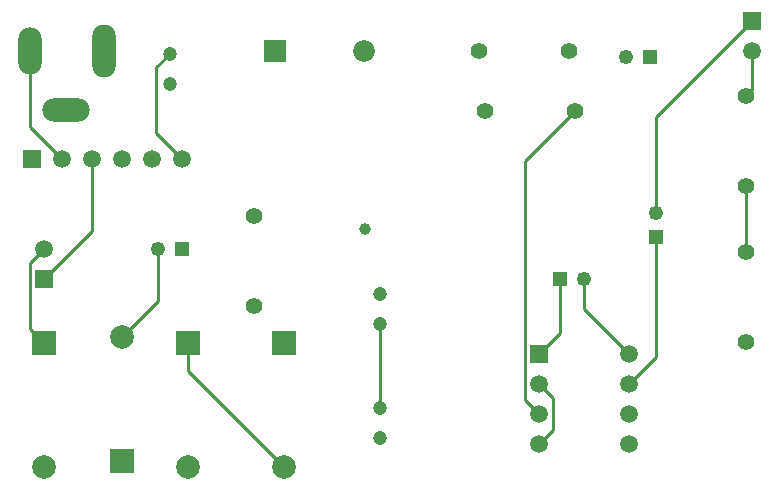
<source format=gtl>
%FSLAX24Y24*%
%MOIN*%
G70*
G01*
G75*
G04 Layer_Physical_Order=1*
G04 Layer_Color=255*
%ADD10C,0.0100*%
%ADD11C,0.0394*%
%ADD12C,0.0551*%
%ADD13C,0.0591*%
%ADD14R,0.0591X0.0591*%
%ADD15O,0.0591X0.1575*%
%ADD16O,0.1575X0.0591*%
%ADD17O,0.0591X0.1772*%
%ADD18O,0.1575X0.0787*%
%ADD19O,0.0787X0.1575*%
%ADD20O,0.0787X0.1772*%
%ADD21R,0.0492X0.0492*%
%ADD22C,0.0492*%
%ADD23R,0.0492X0.0492*%
%ADD24R,0.0728X0.0728*%
%ADD25C,0.0728*%
%ADD26C,0.0472*%
%ADD27C,0.0787*%
%ADD28R,0.0787X0.0787*%
%ADD29R,0.0591X0.0591*%
D10*
X38030Y41930D02*
X39700Y43600D01*
X38030Y33970D02*
Y41930D01*
Y33970D02*
X38500Y33500D01*
X45400Y38900D02*
Y41100D01*
X22000Y38000D02*
X23600Y39600D01*
Y42000D01*
X21553Y43047D02*
Y45600D01*
Y43047D02*
X22600Y42000D01*
X26800Y34941D02*
X30000Y31741D01*
X26800Y34941D02*
Y35859D01*
X24600Y36059D02*
X25806Y37265D01*
Y39000D01*
X33200Y33700D02*
Y36500D01*
X21530Y38530D02*
X22000Y39000D01*
X21530Y36329D02*
Y38530D01*
Y36329D02*
X22000Y35859D01*
X38500Y32500D02*
X38970Y32970D01*
Y34030D01*
X38500Y34500D02*
X38970Y34030D01*
X25750Y45050D02*
X26200Y45500D01*
X25750Y42850D02*
Y45050D01*
Y42850D02*
X26600Y42000D01*
X42400Y40194D02*
Y43400D01*
X45600Y46600D01*
X41500Y34500D02*
X42400Y35400D01*
Y39406D01*
X39994Y37006D02*
Y38000D01*
Y37006D02*
X41500Y35500D01*
X38500D02*
X39206Y36206D01*
Y38000D01*
X45600Y44300D02*
Y45600D01*
X45400Y44100D02*
X45600Y44300D01*
D11*
X32700Y39650D02*
D03*
D12*
X45400Y38900D02*
D03*
Y35900D02*
D03*
Y44100D02*
D03*
Y41100D02*
D03*
X36500Y45600D02*
D03*
X39500D02*
D03*
X36700Y43600D02*
D03*
X39700D02*
D03*
X29000Y37100D02*
D03*
Y40100D02*
D03*
D13*
X22000Y39000D02*
D03*
X45600Y45600D02*
D03*
X26600Y42000D02*
D03*
X25600D02*
D03*
X24600D02*
D03*
X23600D02*
D03*
X22600D02*
D03*
X38500Y34500D02*
D03*
Y33500D02*
D03*
Y32500D02*
D03*
X41500Y35500D02*
D03*
Y34500D02*
D03*
Y33500D02*
D03*
Y32500D02*
D03*
D14*
X22000Y38000D02*
D03*
X45600Y46600D02*
D03*
D15*
X21553Y45600D02*
D03*
D16*
X22734Y43632D02*
D03*
D17*
X23994Y45600D02*
D03*
D18*
X22734Y43632D02*
D03*
D19*
X21553Y45600D02*
D03*
D20*
X23994D02*
D03*
D21*
X42194Y45400D02*
D03*
X39206Y38000D02*
D03*
X26594Y39000D02*
D03*
D22*
X41406Y45400D02*
D03*
X39994Y38000D02*
D03*
X42400Y40194D02*
D03*
X25806Y39000D02*
D03*
D23*
X42400Y39406D02*
D03*
D24*
X29724Y45600D02*
D03*
D25*
X32676D02*
D03*
D26*
X33200Y32700D02*
D03*
Y33700D02*
D03*
Y36500D02*
D03*
Y37500D02*
D03*
X26200Y45500D02*
D03*
Y44500D02*
D03*
D27*
X24600Y36059D02*
D03*
X22000Y31741D02*
D03*
X30000D02*
D03*
X26800D02*
D03*
D28*
X24600Y31941D02*
D03*
X22000Y35859D02*
D03*
X30000D02*
D03*
X26800D02*
D03*
D29*
X21600Y42000D02*
D03*
X38500Y35500D02*
D03*
M02*

</source>
